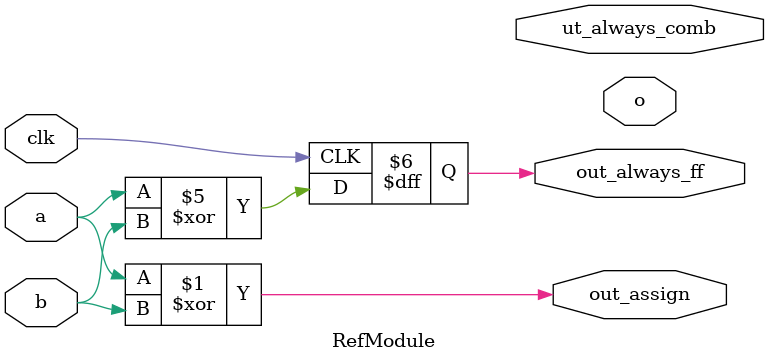
<source format=sv>

module RefModule (
  input clk,
  input a,
  input b,
  output out_assign,
  output reg o,ut_always_comb,
  output reg out_always_ff
);

  assign out_assign = a ^ b;
  always @(*) out_always_comb = a ^ b;
  always @(posedge clk) out_always_ff <= a ^ b;

endmodule


</source>
